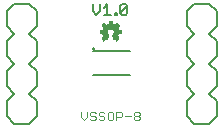
<source format=gto>
G75*
%MOIN*%
%OFA0B0*%
%FSLAX25Y25*%
%IPPOS*%
%LPD*%
%AMOC8*
5,1,8,0,0,1.08239X$1,22.5*
%
%ADD10C,0.00400*%
%ADD11C,0.00500*%
%ADD12C,0.00800*%
%ADD13R,0.00100X0.00100*%
%ADD14R,0.00400X0.00100*%
%ADD15R,0.00300X0.00100*%
%ADD16R,0.00600X0.00100*%
%ADD17R,0.00900X0.00100*%
%ADD18R,0.00800X0.00100*%
%ADD19R,0.01000X0.00100*%
%ADD20R,0.01100X0.00100*%
%ADD21R,0.01900X0.00100*%
%ADD22R,0.01800X0.00100*%
%ADD23R,0.02100X0.00100*%
%ADD24R,0.02000X0.00100*%
%ADD25R,0.02200X0.00100*%
%ADD26R,0.02300X0.00100*%
%ADD27R,0.02700X0.00100*%
%ADD28R,0.02800X0.00100*%
%ADD29R,0.02600X0.00100*%
%ADD30R,0.02900X0.00100*%
%ADD31R,0.05100X0.00100*%
%ADD32R,0.04900X0.00100*%
%ADD33R,0.05300X0.00100*%
%ADD34R,0.05500X0.00100*%
%ADD35R,0.05700X0.00100*%
%ADD36R,0.05900X0.00100*%
%ADD37R,0.01400X0.00100*%
%ADD38R,0.01300X0.00100*%
%ADD39R,0.01200X0.00100*%
%ADD40R,0.01700X0.00100*%
%ADD41R,0.01500X0.00100*%
%ADD42R,0.00200X0.00100*%
D10*
X0029273Y0005455D02*
X0030207Y0004521D01*
X0031141Y0005455D01*
X0031141Y0007324D01*
X0032220Y0006857D02*
X0032220Y0006390D01*
X0032687Y0005922D01*
X0033621Y0005922D01*
X0034088Y0005455D01*
X0034088Y0004988D01*
X0033621Y0004521D01*
X0032687Y0004521D01*
X0032220Y0004988D01*
X0029273Y0005455D02*
X0029273Y0007324D01*
X0032220Y0006857D02*
X0032687Y0007324D01*
X0033621Y0007324D01*
X0034088Y0006857D01*
X0035166Y0006857D02*
X0035166Y0006390D01*
X0035633Y0005922D01*
X0036567Y0005922D01*
X0037034Y0005455D01*
X0037034Y0004988D01*
X0036567Y0004521D01*
X0035633Y0004521D01*
X0035166Y0004988D01*
X0035166Y0006857D02*
X0035633Y0007324D01*
X0036567Y0007324D01*
X0037034Y0006857D01*
X0038113Y0006857D02*
X0038580Y0007324D01*
X0039514Y0007324D01*
X0039981Y0006857D01*
X0039981Y0004988D01*
X0039514Y0004521D01*
X0038580Y0004521D01*
X0038113Y0004988D01*
X0038113Y0006857D01*
X0041059Y0007324D02*
X0042460Y0007324D01*
X0042927Y0006857D01*
X0042927Y0005922D01*
X0042460Y0005455D01*
X0041059Y0005455D01*
X0041059Y0004521D02*
X0041059Y0007324D01*
X0044006Y0005922D02*
X0045874Y0005922D01*
X0046952Y0005455D02*
X0047419Y0005922D01*
X0048353Y0005922D01*
X0048820Y0005455D01*
X0048820Y0004988D01*
X0048353Y0004521D01*
X0047419Y0004521D01*
X0046952Y0004988D01*
X0046952Y0005455D01*
X0047419Y0005922D02*
X0046952Y0006390D01*
X0046952Y0006857D01*
X0047419Y0007324D01*
X0048353Y0007324D01*
X0048820Y0006857D01*
X0048820Y0006390D01*
X0048353Y0005922D01*
D11*
X0045724Y0019661D02*
X0033126Y0019661D01*
X0033126Y0027535D02*
X0045724Y0027535D01*
X0033323Y0028520D02*
X0033325Y0028547D01*
X0033331Y0028574D01*
X0033340Y0028600D01*
X0033353Y0028624D01*
X0033369Y0028647D01*
X0033388Y0028666D01*
X0033410Y0028683D01*
X0033434Y0028697D01*
X0033459Y0028707D01*
X0033486Y0028714D01*
X0033513Y0028717D01*
X0033541Y0028716D01*
X0033568Y0028711D01*
X0033594Y0028703D01*
X0033618Y0028691D01*
X0033641Y0028675D01*
X0033662Y0028657D01*
X0033679Y0028636D01*
X0033694Y0028612D01*
X0033705Y0028587D01*
X0033713Y0028561D01*
X0033717Y0028534D01*
X0033717Y0028506D01*
X0033713Y0028479D01*
X0033705Y0028453D01*
X0033694Y0028428D01*
X0033679Y0028404D01*
X0033662Y0028383D01*
X0033641Y0028365D01*
X0033619Y0028349D01*
X0033594Y0028337D01*
X0033568Y0028329D01*
X0033541Y0028324D01*
X0033513Y0028323D01*
X0033486Y0028326D01*
X0033459Y0028333D01*
X0033434Y0028343D01*
X0033410Y0028357D01*
X0033388Y0028374D01*
X0033369Y0028393D01*
X0033353Y0028416D01*
X0033340Y0028440D01*
X0033331Y0028466D01*
X0033325Y0028493D01*
X0033323Y0028520D01*
X0034358Y0039604D02*
X0035526Y0040772D01*
X0035526Y0043107D01*
X0036873Y0041940D02*
X0038041Y0043107D01*
X0038041Y0039604D01*
X0036873Y0039604D02*
X0039209Y0039604D01*
X0040557Y0039604D02*
X0040557Y0040188D01*
X0041140Y0040188D01*
X0041140Y0039604D01*
X0040557Y0039604D01*
X0042398Y0040188D02*
X0044734Y0042523D01*
X0044734Y0040188D01*
X0044150Y0039604D01*
X0042982Y0039604D01*
X0042398Y0040188D01*
X0042398Y0042523D01*
X0042982Y0043107D01*
X0044150Y0043107D01*
X0044734Y0042523D01*
X0034358Y0039604D02*
X0033190Y0040772D01*
X0033190Y0043107D01*
D12*
X0004425Y0005823D02*
X0006925Y0003323D01*
X0011925Y0003323D01*
X0014425Y0005823D01*
X0014425Y0010823D01*
X0011925Y0013323D01*
X0014425Y0015823D01*
X0014425Y0020823D01*
X0011925Y0023323D01*
X0014425Y0025823D01*
X0014425Y0030823D01*
X0011925Y0033323D01*
X0014425Y0035823D01*
X0014425Y0040823D01*
X0011925Y0043323D01*
X0006925Y0043323D01*
X0004425Y0040823D01*
X0004425Y0035823D01*
X0006925Y0033323D01*
X0004425Y0030823D01*
X0004425Y0025823D01*
X0006925Y0023323D01*
X0004425Y0020823D01*
X0004425Y0015823D01*
X0006925Y0013323D01*
X0004425Y0010823D01*
X0004425Y0005823D01*
X0064425Y0005823D02*
X0064425Y0010823D01*
X0066925Y0013323D01*
X0064425Y0015823D01*
X0064425Y0020823D01*
X0066925Y0023323D01*
X0064425Y0025823D01*
X0064425Y0030823D01*
X0066925Y0033323D01*
X0064425Y0035823D01*
X0064425Y0040823D01*
X0066925Y0043323D01*
X0071925Y0043323D01*
X0074425Y0040823D01*
X0074425Y0035823D01*
X0071925Y0033323D01*
X0074425Y0030823D01*
X0074425Y0025823D01*
X0071925Y0023323D01*
X0074425Y0020823D01*
X0074425Y0015823D01*
X0071925Y0013323D01*
X0074425Y0010823D01*
X0074425Y0005823D01*
X0071925Y0003323D01*
X0066925Y0003323D01*
X0064425Y0005823D01*
D13*
X0041365Y0030728D03*
X0036965Y0030728D03*
X0036965Y0036628D03*
D14*
X0036915Y0036528D03*
X0036915Y0030828D03*
D15*
X0037965Y0031128D03*
X0040365Y0031128D03*
X0041365Y0030828D03*
X0041365Y0036528D03*
D16*
X0041315Y0036428D03*
X0037015Y0036428D03*
X0037015Y0030928D03*
X0041315Y0030928D03*
D17*
X0036965Y0031028D03*
X0036965Y0036328D03*
X0041365Y0036328D03*
D18*
X0041315Y0031028D03*
D19*
X0037015Y0031128D03*
D20*
X0041365Y0031128D03*
X0037065Y0036228D03*
X0039165Y0037028D03*
X0039165Y0037128D03*
X0039165Y0037228D03*
X0039165Y0037328D03*
D21*
X0040665Y0032328D03*
X0040665Y0032228D03*
X0040765Y0032128D03*
X0040765Y0032028D03*
X0041065Y0031328D03*
X0037665Y0032228D03*
X0037665Y0032328D03*
X0037565Y0032128D03*
X0037565Y0032028D03*
X0037265Y0031328D03*
X0037265Y0031228D03*
D22*
X0041015Y0031228D03*
D23*
X0041065Y0031428D03*
X0041065Y0031528D03*
X0040665Y0032428D03*
X0040665Y0032528D03*
X0040765Y0032828D03*
X0040865Y0032928D03*
X0040865Y0034428D03*
X0040765Y0034528D03*
X0039165Y0036228D03*
X0037565Y0034528D03*
X0037465Y0034428D03*
X0037465Y0032928D03*
X0037565Y0032828D03*
X0037665Y0032528D03*
X0037665Y0032428D03*
X0037265Y0031528D03*
X0037265Y0031428D03*
D24*
X0037315Y0031628D03*
X0037415Y0031728D03*
X0037415Y0031828D03*
X0037515Y0031928D03*
X0040815Y0031928D03*
X0040915Y0031828D03*
X0040915Y0031728D03*
X0041015Y0031628D03*
D25*
X0040715Y0032728D03*
X0037615Y0032728D03*
X0037615Y0032628D03*
D26*
X0037265Y0033028D03*
X0037265Y0034328D03*
X0037665Y0034628D03*
X0040665Y0034628D03*
X0041065Y0034328D03*
X0041065Y0033028D03*
X0040665Y0032628D03*
D27*
X0041365Y0033128D03*
X0041465Y0033328D03*
X0041465Y0033428D03*
X0041565Y0033628D03*
X0041465Y0033728D03*
X0041465Y0034028D03*
X0041365Y0034228D03*
X0039165Y0036128D03*
X0036965Y0034228D03*
X0036765Y0033628D03*
X0036965Y0033128D03*
D28*
X0036815Y0033228D03*
X0036815Y0033328D03*
X0036815Y0033428D03*
X0036815Y0033728D03*
X0036815Y0033828D03*
X0036815Y0033928D03*
X0036815Y0034028D03*
X0036915Y0034128D03*
X0041515Y0033928D03*
X0041515Y0033828D03*
X0041515Y0033528D03*
X0041515Y0033228D03*
D29*
X0036815Y0033528D03*
D30*
X0041465Y0034128D03*
D31*
X0039165Y0034728D03*
X0039165Y0034828D03*
X0039165Y0035228D03*
X0039165Y0035328D03*
D32*
X0039165Y0035128D03*
X0039165Y0035028D03*
X0039165Y0034928D03*
D33*
X0039165Y0035428D03*
D34*
X0039165Y0035528D03*
X0039165Y0035628D03*
D35*
X0039165Y0035728D03*
X0039165Y0036028D03*
D36*
X0039165Y0035928D03*
X0039165Y0035828D03*
D37*
X0037015Y0036128D03*
D38*
X0039165Y0036528D03*
X0039165Y0036628D03*
X0039165Y0036728D03*
X0039165Y0036828D03*
X0039165Y0036928D03*
X0041265Y0036128D03*
D39*
X0041315Y0036228D03*
D40*
X0039165Y0036328D03*
D41*
X0039165Y0036428D03*
D42*
X0041415Y0036628D03*
M02*

</source>
